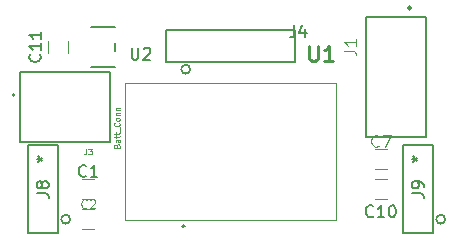
<source format=gbr>
G04 #@! TF.GenerationSoftware,KiCad,Pcbnew,(5.0.2)-1*
G04 #@! TF.CreationDate,2019-08-29T18:00:19-04:00*
G04 #@! TF.ProjectId,IGEM_Device,4947454d-5f44-4657-9669-63652e6b6963,rev?*
G04 #@! TF.SameCoordinates,Original*
G04 #@! TF.FileFunction,Legend,Top*
G04 #@! TF.FilePolarity,Positive*
%FSLAX46Y46*%
G04 Gerber Fmt 4.6, Leading zero omitted, Abs format (unit mm)*
G04 Created by KiCad (PCBNEW (5.0.2)-1) date 2019-08-29 6:00:19 PM*
%MOMM*%
%LPD*%
G01*
G04 APERTURE LIST*
%ADD10C,0.152400*%
%ADD11C,0.127000*%
%ADD12C,0.200000*%
%ADD13C,0.100000*%
%ADD14C,0.120000*%
%ADD15C,0.150000*%
%ADD16C,0.050000*%
%ADD17C,0.254000*%
G04 APERTURE END LIST*
D10*
G04 #@! TO.C,J8*
X143891000Y-68580000D02*
G75*
G03X143891000Y-68580000I-381000J0D01*
G01*
X140309600Y-69773800D02*
X142900400Y-69773800D01*
X140309600Y-62306200D02*
X140309600Y-69773800D01*
X142900400Y-62306200D02*
X140309600Y-62306200D01*
X142900400Y-69773800D02*
X142900400Y-62306200D01*
G04 #@! TO.C,J9*
X174650400Y-69773800D02*
X174650400Y-62306200D01*
X174650400Y-62306200D02*
X172059600Y-62306200D01*
X172059600Y-62306200D02*
X172059600Y-69773800D01*
X172059600Y-69773800D02*
X174650400Y-69773800D01*
X175641000Y-68580000D02*
G75*
G03X175641000Y-68580000I-381000J0D01*
G01*
D11*
G04 #@! TO.C,J3*
X139620000Y-62005000D02*
X139620000Y-56105000D01*
X139620000Y-56105000D02*
X147220000Y-56105000D01*
X147220000Y-62005000D02*
X139620000Y-62005000D01*
D12*
X139170000Y-58055000D02*
G75*
G03X139170000Y-58055000I-100000J0D01*
G01*
D11*
X147220000Y-56105000D02*
X147220000Y-62005000D01*
D10*
G04 #@! TO.C,J4*
X152019000Y-55245000D02*
X162941000Y-55245000D01*
X162941000Y-55245000D02*
X162941000Y-52578000D01*
X162941000Y-52578000D02*
X152019000Y-52578000D01*
X152019000Y-52578000D02*
X152019000Y-55245000D01*
X154051000Y-55880000D02*
G75*
G03X154051000Y-55880000I-381000J0D01*
G01*
D11*
G04 #@! TO.C,J1*
X173990000Y-51435000D02*
X168910000Y-51435000D01*
X168910000Y-51435000D02*
X168910000Y-61595000D01*
X168910000Y-61595000D02*
X173990000Y-61595000D01*
X173990000Y-61595000D02*
X173990000Y-51435000D01*
X172761420Y-50705000D02*
G75*
G03X172761420Y-50705000I-141420J0D01*
G01*
D13*
G04 #@! TO.C,U1*
X148510000Y-68680000D02*
X148510000Y-57050000D01*
X148510000Y-57050000D02*
X166370000Y-57050000D01*
X166370000Y-57050000D02*
X166370000Y-68680000D01*
X166370000Y-68680000D02*
X148510000Y-68680000D01*
D12*
X153370000Y-69165000D02*
X153370000Y-69165000D01*
X153570000Y-69165000D02*
X153570000Y-69165000D01*
X153570000Y-69165000D02*
G75*
G03X153370000Y-69165000I-100000J0D01*
G01*
X153370000Y-69165000D02*
G75*
G03X153570000Y-69165000I100000J0D01*
G01*
D14*
G04 #@! TO.C,C2*
X144915000Y-69430000D02*
X145915000Y-69430000D01*
X145915000Y-67730000D02*
X144915000Y-67730000D01*
G04 #@! TO.C,C1*
X144915000Y-66890000D02*
X145915000Y-66890000D01*
X145915000Y-65190000D02*
X144915000Y-65190000D01*
G04 #@! TO.C,C7*
X169680000Y-64350000D02*
X170680000Y-64350000D01*
X170680000Y-62650000D02*
X169680000Y-62650000D01*
G04 #@! TO.C,C10*
X170680000Y-65190000D02*
X169680000Y-65190000D01*
X169680000Y-66890000D02*
X170680000Y-66890000D01*
G04 #@! TO.C,C11*
X142025000Y-53475000D02*
X142025000Y-54475000D01*
X143725000Y-54475000D02*
X143725000Y-53475000D01*
D10*
G04 #@! TO.C,U2*
X145656300Y-55651400D02*
X147713700Y-55651400D01*
X147713700Y-54312861D02*
X147713700Y-53637139D01*
X147713700Y-52298600D02*
X145656300Y-52298600D01*
G04 #@! TO.C,J8*
D15*
X141057380Y-66373333D02*
X141771666Y-66373333D01*
X141914523Y-66420952D01*
X142009761Y-66516190D01*
X142057380Y-66659047D01*
X142057380Y-66754285D01*
X141485952Y-65754285D02*
X141438333Y-65849523D01*
X141390714Y-65897142D01*
X141295476Y-65944761D01*
X141247857Y-65944761D01*
X141152619Y-65897142D01*
X141105000Y-65849523D01*
X141057380Y-65754285D01*
X141057380Y-65563809D01*
X141105000Y-65468571D01*
X141152619Y-65420952D01*
X141247857Y-65373333D01*
X141295476Y-65373333D01*
X141390714Y-65420952D01*
X141438333Y-65468571D01*
X141485952Y-65563809D01*
X141485952Y-65754285D01*
X141533571Y-65849523D01*
X141581190Y-65897142D01*
X141676428Y-65944761D01*
X141866904Y-65944761D01*
X141962142Y-65897142D01*
X142009761Y-65849523D01*
X142057380Y-65754285D01*
X142057380Y-65563809D01*
X142009761Y-65468571D01*
X141962142Y-65420952D01*
X141866904Y-65373333D01*
X141676428Y-65373333D01*
X141581190Y-65420952D01*
X141533571Y-65468571D01*
X141485952Y-65563809D01*
X141057380Y-63500000D02*
X141295476Y-63500000D01*
X141200238Y-63738095D02*
X141295476Y-63500000D01*
X141200238Y-63261904D01*
X141485952Y-63642857D02*
X141295476Y-63500000D01*
X141485952Y-63357142D01*
G04 #@! TO.C,J9*
X172807380Y-66373333D02*
X173521666Y-66373333D01*
X173664523Y-66420952D01*
X173759761Y-66516190D01*
X173807380Y-66659047D01*
X173807380Y-66754285D01*
X173807380Y-65849523D02*
X173807380Y-65659047D01*
X173759761Y-65563809D01*
X173712142Y-65516190D01*
X173569285Y-65420952D01*
X173378809Y-65373333D01*
X172997857Y-65373333D01*
X172902619Y-65420952D01*
X172855000Y-65468571D01*
X172807380Y-65563809D01*
X172807380Y-65754285D01*
X172855000Y-65849523D01*
X172902619Y-65897142D01*
X172997857Y-65944761D01*
X173235952Y-65944761D01*
X173331190Y-65897142D01*
X173378809Y-65849523D01*
X173426428Y-65754285D01*
X173426428Y-65563809D01*
X173378809Y-65468571D01*
X173331190Y-65420952D01*
X173235952Y-65373333D01*
X172807380Y-63500000D02*
X173045476Y-63500000D01*
X172950238Y-63738095D02*
X173045476Y-63500000D01*
X172950238Y-63261904D01*
X173235952Y-63642857D02*
X173045476Y-63500000D01*
X173235952Y-63357142D01*
G04 #@! TO.C,J3*
D16*
X145255000Y-62602142D02*
X145255000Y-62945000D01*
X145232142Y-63013571D01*
X145186428Y-63059285D01*
X145117857Y-63082142D01*
X145072142Y-63082142D01*
X145437857Y-62602142D02*
X145735000Y-62602142D01*
X145575000Y-62785000D01*
X145643571Y-62785000D01*
X145689285Y-62807857D01*
X145712142Y-62830714D01*
X145735000Y-62876428D01*
X145735000Y-62990714D01*
X145712142Y-63036428D01*
X145689285Y-63059285D01*
X145643571Y-63082142D01*
X145506428Y-63082142D01*
X145460714Y-63059285D01*
X145437857Y-63036428D01*
X147830914Y-62362428D02*
X147853771Y-62293857D01*
X147876628Y-62271000D01*
X147922342Y-62248142D01*
X147990914Y-62248142D01*
X148036628Y-62271000D01*
X148059485Y-62293857D01*
X148082342Y-62339571D01*
X148082342Y-62522428D01*
X147602342Y-62522428D01*
X147602342Y-62362428D01*
X147625200Y-62316714D01*
X147648057Y-62293857D01*
X147693771Y-62271000D01*
X147739485Y-62271000D01*
X147785200Y-62293857D01*
X147808057Y-62316714D01*
X147830914Y-62362428D01*
X147830914Y-62522428D01*
X148082342Y-61836714D02*
X147830914Y-61836714D01*
X147785200Y-61859571D01*
X147762342Y-61905285D01*
X147762342Y-61996714D01*
X147785200Y-62042428D01*
X148059485Y-61836714D02*
X148082342Y-61882428D01*
X148082342Y-61996714D01*
X148059485Y-62042428D01*
X148013771Y-62065285D01*
X147968057Y-62065285D01*
X147922342Y-62042428D01*
X147899485Y-61996714D01*
X147899485Y-61882428D01*
X147876628Y-61836714D01*
X147762342Y-61676714D02*
X147762342Y-61493857D01*
X147602342Y-61608142D02*
X148013771Y-61608142D01*
X148059485Y-61585285D01*
X148082342Y-61539571D01*
X148082342Y-61493857D01*
X147762342Y-61402428D02*
X147762342Y-61219571D01*
X147602342Y-61333857D02*
X148013771Y-61333857D01*
X148059485Y-61311000D01*
X148082342Y-61265285D01*
X148082342Y-61219571D01*
X148128057Y-61173857D02*
X148128057Y-60808142D01*
X148036628Y-60419571D02*
X148059485Y-60442428D01*
X148082342Y-60511000D01*
X148082342Y-60556714D01*
X148059485Y-60625285D01*
X148013771Y-60671000D01*
X147968057Y-60693857D01*
X147876628Y-60716714D01*
X147808057Y-60716714D01*
X147716628Y-60693857D01*
X147670914Y-60671000D01*
X147625200Y-60625285D01*
X147602342Y-60556714D01*
X147602342Y-60511000D01*
X147625200Y-60442428D01*
X147648057Y-60419571D01*
X148082342Y-60145285D02*
X148059485Y-60191000D01*
X148036628Y-60213857D01*
X147990914Y-60236714D01*
X147853771Y-60236714D01*
X147808057Y-60213857D01*
X147785200Y-60191000D01*
X147762342Y-60145285D01*
X147762342Y-60076714D01*
X147785200Y-60031000D01*
X147808057Y-60008142D01*
X147853771Y-59985285D01*
X147990914Y-59985285D01*
X148036628Y-60008142D01*
X148059485Y-60031000D01*
X148082342Y-60076714D01*
X148082342Y-60145285D01*
X147762342Y-59779571D02*
X148082342Y-59779571D01*
X147808057Y-59779571D02*
X147785200Y-59756714D01*
X147762342Y-59711000D01*
X147762342Y-59642428D01*
X147785200Y-59596714D01*
X147830914Y-59573857D01*
X148082342Y-59573857D01*
X147762342Y-59345285D02*
X148082342Y-59345285D01*
X147808057Y-59345285D02*
X147785200Y-59322428D01*
X147762342Y-59276714D01*
X147762342Y-59208142D01*
X147785200Y-59162428D01*
X147830914Y-59139571D01*
X148082342Y-59139571D01*
G04 #@! TO.C,J4*
D15*
X162861666Y-52157380D02*
X162861666Y-52871666D01*
X162814047Y-53014523D01*
X162718809Y-53109761D01*
X162575952Y-53157380D01*
X162480714Y-53157380D01*
X163766428Y-52490714D02*
X163766428Y-53157380D01*
X163528333Y-52109761D02*
X163290238Y-52824047D01*
X163909285Y-52824047D01*
G04 #@! TO.C,J1*
D16*
X167091313Y-54308983D02*
X167806991Y-54308983D01*
X167950127Y-54356695D01*
X168045551Y-54452119D01*
X168093263Y-54595254D01*
X168093263Y-54690678D01*
X168093263Y-53307033D02*
X168093263Y-53879576D01*
X168093263Y-53593304D02*
X167091313Y-53593304D01*
X167234448Y-53688728D01*
X167329872Y-53784152D01*
X167377584Y-53879576D01*
G04 #@! TO.C,U1*
D17*
X164132380Y-53914523D02*
X164132380Y-54942619D01*
X164192857Y-55063571D01*
X164253333Y-55124047D01*
X164374285Y-55184523D01*
X164616190Y-55184523D01*
X164737142Y-55124047D01*
X164797619Y-55063571D01*
X164858095Y-54942619D01*
X164858095Y-53914523D01*
X166128095Y-55184523D02*
X165402380Y-55184523D01*
X165765238Y-55184523D02*
X165765238Y-53914523D01*
X165644285Y-54095952D01*
X165523333Y-54216904D01*
X165402380Y-54277380D01*
G04 #@! TO.C,C2*
D13*
X145290000Y-67577857D02*
X145254285Y-67613571D01*
X145147142Y-67649285D01*
X145075714Y-67649285D01*
X144968571Y-67613571D01*
X144897142Y-67542142D01*
X144861428Y-67470714D01*
X144825714Y-67327857D01*
X144825714Y-67220714D01*
X144861428Y-67077857D01*
X144897142Y-67006428D01*
X144968571Y-66935000D01*
X145075714Y-66899285D01*
X145147142Y-66899285D01*
X145254285Y-66935000D01*
X145290000Y-66970714D01*
X145575714Y-66970714D02*
X145611428Y-66935000D01*
X145682857Y-66899285D01*
X145861428Y-66899285D01*
X145932857Y-66935000D01*
X145968571Y-66970714D01*
X146004285Y-67042142D01*
X146004285Y-67113571D01*
X145968571Y-67220714D01*
X145540000Y-67649285D01*
X146004285Y-67649285D01*
G04 #@! TO.C,C1*
D15*
X145248333Y-64897142D02*
X145200714Y-64944761D01*
X145057857Y-64992380D01*
X144962619Y-64992380D01*
X144819761Y-64944761D01*
X144724523Y-64849523D01*
X144676904Y-64754285D01*
X144629285Y-64563809D01*
X144629285Y-64420952D01*
X144676904Y-64230476D01*
X144724523Y-64135238D01*
X144819761Y-64040000D01*
X144962619Y-63992380D01*
X145057857Y-63992380D01*
X145200714Y-64040000D01*
X145248333Y-64087619D01*
X146200714Y-64992380D02*
X145629285Y-64992380D01*
X145915000Y-64992380D02*
X145915000Y-63992380D01*
X145819761Y-64135238D01*
X145724523Y-64230476D01*
X145629285Y-64278095D01*
G04 #@! TO.C,C7*
D13*
X170013333Y-62357142D02*
X169965714Y-62404761D01*
X169822857Y-62452380D01*
X169727619Y-62452380D01*
X169584761Y-62404761D01*
X169489523Y-62309523D01*
X169441904Y-62214285D01*
X169394285Y-62023809D01*
X169394285Y-61880952D01*
X169441904Y-61690476D01*
X169489523Y-61595238D01*
X169584761Y-61500000D01*
X169727619Y-61452380D01*
X169822857Y-61452380D01*
X169965714Y-61500000D01*
X170013333Y-61547619D01*
X170346666Y-61452380D02*
X171013333Y-61452380D01*
X170584761Y-62452380D01*
G04 #@! TO.C,C10*
D15*
X169537142Y-68302142D02*
X169489523Y-68349761D01*
X169346666Y-68397380D01*
X169251428Y-68397380D01*
X169108571Y-68349761D01*
X169013333Y-68254523D01*
X168965714Y-68159285D01*
X168918095Y-67968809D01*
X168918095Y-67825952D01*
X168965714Y-67635476D01*
X169013333Y-67540238D01*
X169108571Y-67445000D01*
X169251428Y-67397380D01*
X169346666Y-67397380D01*
X169489523Y-67445000D01*
X169537142Y-67492619D01*
X170489523Y-68397380D02*
X169918095Y-68397380D01*
X170203809Y-68397380D02*
X170203809Y-67397380D01*
X170108571Y-67540238D01*
X170013333Y-67635476D01*
X169918095Y-67683095D01*
X171108571Y-67397380D02*
X171203809Y-67397380D01*
X171299047Y-67445000D01*
X171346666Y-67492619D01*
X171394285Y-67587857D01*
X171441904Y-67778333D01*
X171441904Y-68016428D01*
X171394285Y-68206904D01*
X171346666Y-68302142D01*
X171299047Y-68349761D01*
X171203809Y-68397380D01*
X171108571Y-68397380D01*
X171013333Y-68349761D01*
X170965714Y-68302142D01*
X170918095Y-68206904D01*
X170870476Y-68016428D01*
X170870476Y-67778333D01*
X170918095Y-67587857D01*
X170965714Y-67492619D01*
X171013333Y-67445000D01*
X171108571Y-67397380D01*
G04 #@! TO.C,C11*
X141327142Y-54617857D02*
X141374761Y-54665476D01*
X141422380Y-54808333D01*
X141422380Y-54903571D01*
X141374761Y-55046428D01*
X141279523Y-55141666D01*
X141184285Y-55189285D01*
X140993809Y-55236904D01*
X140850952Y-55236904D01*
X140660476Y-55189285D01*
X140565238Y-55141666D01*
X140470000Y-55046428D01*
X140422380Y-54903571D01*
X140422380Y-54808333D01*
X140470000Y-54665476D01*
X140517619Y-54617857D01*
X141422380Y-53665476D02*
X141422380Y-54236904D01*
X141422380Y-53951190D02*
X140422380Y-53951190D01*
X140565238Y-54046428D01*
X140660476Y-54141666D01*
X140708095Y-54236904D01*
X141422380Y-52713095D02*
X141422380Y-53284523D01*
X141422380Y-52998809D02*
X140422380Y-52998809D01*
X140565238Y-53094047D01*
X140660476Y-53189285D01*
X140708095Y-53284523D01*
G04 #@! TO.C,U2*
X149098095Y-54062380D02*
X149098095Y-54871904D01*
X149145714Y-54967142D01*
X149193333Y-55014761D01*
X149288571Y-55062380D01*
X149479047Y-55062380D01*
X149574285Y-55014761D01*
X149621904Y-54967142D01*
X149669523Y-54871904D01*
X149669523Y-54062380D01*
X150098095Y-54157619D02*
X150145714Y-54110000D01*
X150240952Y-54062380D01*
X150479047Y-54062380D01*
X150574285Y-54110000D01*
X150621904Y-54157619D01*
X150669523Y-54252857D01*
X150669523Y-54348095D01*
X150621904Y-54490952D01*
X150050476Y-55062380D01*
X150669523Y-55062380D01*
G04 #@! TD*
M02*

</source>
